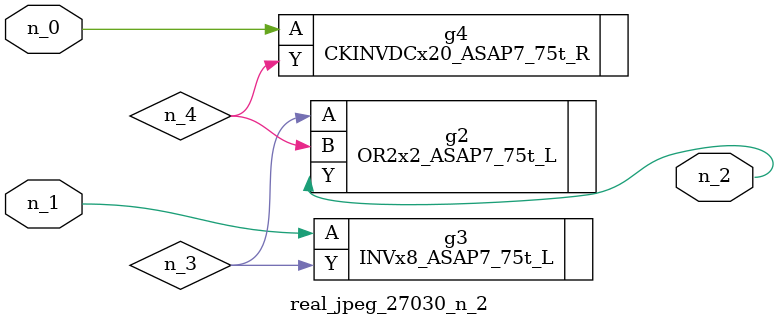
<source format=v>
module real_jpeg_27030_n_2 (n_1, n_0, n_2);

input n_1;
input n_0;

output n_2;

wire n_4;
wire n_3;

CKINVDCx20_ASAP7_75t_R g4 ( 
.A(n_0),
.Y(n_4)
);

INVx8_ASAP7_75t_L g3 ( 
.A(n_1),
.Y(n_3)
);

OR2x2_ASAP7_75t_L g2 ( 
.A(n_3),
.B(n_4),
.Y(n_2)
);


endmodule
</source>
